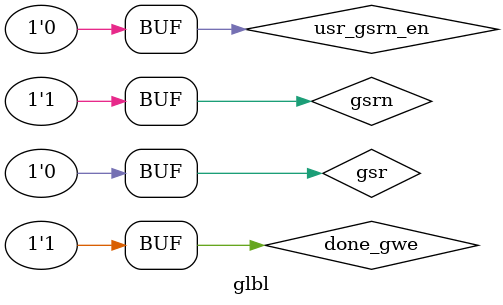
<source format=v>

`timescale 1ns / 1ps

module glbl();
reg done_gwe, gsr, gsrn;
reg usr_gsrn_en;
initial
 begin
  done_gwe=0;
  gsr=1;
  gsrn=0;
  usr_gsrn_en=0;
#10;
  done_gwe=1;
  //gsr=0;
  //gsrn=1;
end

always @(*)
begin
  if (!usr_gsrn_en) begin
    #10 gsr <= 0;
    #10 gsrn <= 1;
  end
end

endmodule    

</source>
